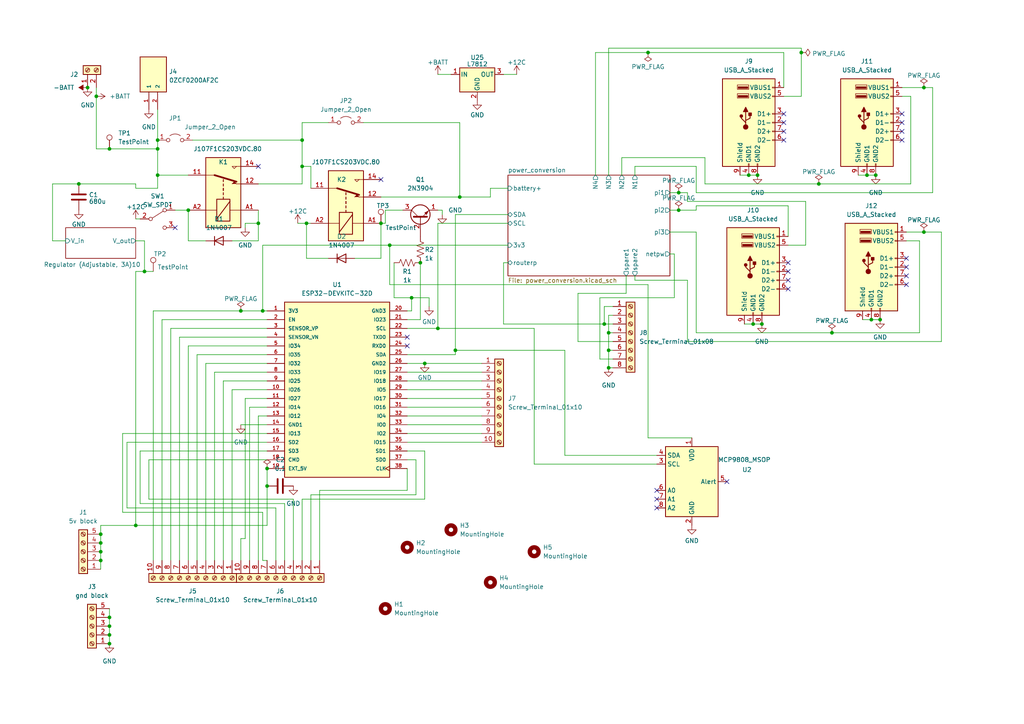
<source format=kicad_sch>
(kicad_sch (version 20230121) (generator eeschema)
  (paper "A4")
  (lib_symbols
    (symbol "Connector:Screw_Terminal_01x02" (pin_names (offset 1.016) hide)
      (property "Reference" "J1" (at -1.2701 5.08 90))
      (symbol "Screw_Terminal_01x02_1_1"
        (pin power_in line (at -5.08 0 0) (length 3.81) (name "Pin_1") (number "1"))
        (pin power_in line (at -5.08 -2.54 0) (length 3.81) (name "Pin_2") (number "2"))
      )
    )
    (symbol "Connector:Screw_Terminal_01x05" (pin_names (offset 1.016) hide)
      (property "Reference" "J" (at 0 7.62 0))
      (property "Value" "Screw_Terminal_01x05" (at 0 -7.62 0))
      (symbol "Screw_Terminal_01x05_1_1"
        (pin passive line (at -5.08 5.08 0) (length 3.81) (name "Pin_1") (number "1"))
        (pin passive line (at -5.08 2.54 0) (length 3.81) (name "Pin_2") (number "2"))
        (pin passive line (at -5.08 0 0) (length 3.81) (name "Pin_3") (number "3"))
        (pin passive line (at -5.08 -2.54 0) (length 3.81) (name "Pin_4") (number "4"))
        (pin passive line (at -5.08 -5.08 0) (length 3.81) (name "Pin_5") (number "5"))
      )
    )
    (symbol "Connector:Screw_Terminal_01x08" (pin_names (offset 1.016) hide)
      (property "Reference" "J" (at 0 10.16 0))
      (property "Value" "Screw_Terminal_01x08" (at 0 -12.7 0))
      (symbol "Screw_Terminal_01x08_1_1"
        (pin passive line (at -5.08 7.62 0) (length 3.81) (name "Pin_1") (number "1"))
        (pin passive line (at -5.08 5.08 0) (length 3.81) (name "Pin_2") (number "2"))
        (pin passive line (at -5.08 2.54 0) (length 3.81) (name "Pin_3") (number "3"))
        (pin passive line (at -5.08 0 0) (length 3.81) (name "Pin_4") (number "4"))
        (pin passive line (at -5.08 -2.54 0) (length 3.81) (name "Pin_5") (number "5"))
        (pin passive line (at -5.08 -5.08 0) (length 3.81) (name "Pin_6") (number "6"))
        (pin passive line (at -5.08 -7.62 0) (length 3.81) (name "Pin_7") (number "7"))
        (pin passive line (at -5.08 -10.16 0) (length 3.81) (name "Pin_8") (number "8"))
      )
    )
    (symbol "Connector:Screw_Terminal_01x10" (pin_names (offset 1.016) hide)
      (property "Reference" "J" (at 0 12.7 0))
      (property "Value" "Screw_Terminal_01x10" (at 0 -15.24 0))
      (symbol "Screw_Terminal_01x10_1_1"
        (pin passive line (at -5.08 10.16 0) (length 3.81) (name "Pin_1") (number "1"))
        (pin passive line (at -5.08 -12.7 0) (length 3.81) (name "Pin_10") (number "10"))
        (pin passive line (at -5.08 7.62 0) (length 3.81) (name "Pin_2") (number "2"))
        (pin passive line (at -5.08 5.08 0) (length 3.81) (name "Pin_3") (number "3"))
        (pin passive line (at -5.08 2.54 0) (length 3.81) (name "Pin_4") (number "4"))
        (pin passive line (at -5.08 0 0) (length 3.81) (name "Pin_5") (number "5"))
        (pin passive line (at -5.08 -2.54 0) (length 3.81) (name "Pin_6") (number "6"))
        (pin passive line (at -5.08 -5.08 0) (length 3.81) (name "Pin_7") (number "7"))
        (pin passive line (at -5.08 -7.62 0) (length 3.81) (name "Pin_8") (number "8"))
        (pin passive line (at -5.08 -10.16 0) (length 3.81) (name "Pin_9") (number "9"))
      )
    )
    (symbol "Connector:TestPoint" (pin_numbers hide) (pin_names (offset 0.762) hide)
      (property "Reference" "TP" (at 0 6.858 0))
      (property "Value" "TestPoint" (at 0 5.08 0))
      (symbol "TestPoint_1_1"
        (pin passive line (at 0 0 90) (length 2.54) (name "1") (number "1"))
      )
    )
    (symbol "Connector:USB_A_Stacked" (pin_names (offset 1.016))
      (property "Reference" "J" (at 0 15.875 0))
      (property "Value" "USB_A_Stacked" (at 0 13.97 0))
      (symbol "USB_A_Stacked_1_1"
        (pin power_in line (at 10.16 10.16 180) (length 2.54) (name "VBUS1") (number "1"))
        (pin bidirectional line (at 10.16 0 180) (length 2.54) (name "D1-") (number "2"))
        (pin bidirectional line (at 10.16 2.54 180) (length 2.54) (name "D1+") (number "3"))
        (pin power_in line (at 0 -15.24 90) (length 2.54) (name "GND1") (number "4"))
        (pin power_in line (at 10.16 7.62 180) (length 2.54) (name "VBUS2") (number "5"))
        (pin bidirectional line (at 10.16 -5.08 180) (length 2.54) (name "D2-") (number "6"))
        (pin bidirectional line (at 10.16 -2.54 180) (length 2.54) (name "D2+") (number "7"))
        (pin power_in line (at 2.54 -15.24 90) (length 2.54) (name "GND2") (number "8"))
        (pin passive line (at -2.54 -15.24 90) (length 2.54) (name "Shield") (number "9"))
      )
    )
    (symbol "Device:C" (pin_numbers hide) (pin_names (offset 0.254))
      (property "Reference" "C" (at 0.635 2.54 0))
      (property "Value" "C" (at 0.635 -2.54 0))
      (symbol "C_1_1"
        (pin passive line (at 0 3.81 270) (length 2.794) (name "~") (number "1"))
        (pin passive line (at 0 -3.81 90) (length 2.794) (name "~") (number "2"))
      )
    )
    (symbol "Device:R_US" (pin_numbers hide) (pin_names (offset 0))
      (property "Reference" "R" (at 2.54 0 90))
      (property "Value" "R_US" (at -2.54 0 90))
      (symbol "R_US_1_1"
        (pin passive line (at 0 3.81 270) (length 1.27) (name "~") (number "1"))
        (pin passive line (at 0 -3.81 90) (length 1.27) (name "~") (number "2"))
      )
    )
    (symbol "Diode:1N4007" (pin_numbers hide) (pin_names (offset 1.016) hide)
      (property "Reference" "D" (at 0 2.54 0))
      (property "Value" "1N4007" (at 0 -2.54 0))
      (symbol "1N4007_1_1"
        (pin passive line (at -3.81 0 0) (length 2.54) (name "K") (number "1"))
        (pin passive line (at 3.81 0 180) (length 2.54) (name "A") (number "2"))
      )
    )
    (symbol "GND_1" (power) (pin_names (offset 0))
      (property "Value" "GND_1" (at 0 -3.81 0))
      (symbol "GND_1_1_1"
        (pin power_in line (at 0 0 270) (length 0) hide (name "GND") (number "1"))
      )
    )
    (symbol "GND_2" (power) (pin_names (offset 0))
      (property "Value" "GND_2" (at 0 -3.81 0))
      (symbol "GND_2_1_1"
        (pin power_in line (at 0 0 270) (length 0) hide (name "GND") (number "1"))
      )
    )
    (symbol "GND_3" (power) (pin_names (offset 0))
      (property "Value" "GND_3" (at 0 -3.81 0))
      (symbol "GND_3_1_1"
        (pin power_in line (at 0 0 270) (length 0) hide (name "GND") (number "1"))
      )
    )
    (symbol "Jumper:Jumper_2_Open" (pin_names (offset 0) hide)
      (property "Reference" "JP" (at 0 2.794 0))
      (property "Value" "Jumper_2_Open" (at 0 -2.286 0))
      (symbol "Jumper_2_Open_1_1"
        (pin passive line (at -5.08 0 0) (length 2.54) (name "A") (number "1"))
        (pin passive line (at 5.08 0 180) (length 2.54) (name "B") (number "2"))
      )
    )
    (symbol "Mechanical:MountingHole" (pin_names (offset 1.016))
      (property "Reference" "H" (at 0 5.08 0))
      (property "Value" "MountingHole" (at 0 3.175 0))
    )
    (symbol "Regulator_Linear:L7812" (pin_names (offset 0.254))
      (property "Reference" "U" (at -3.81 3.175 0))
      (property "Value" "L7812" (at 0 3.175 0))
      (symbol "L7812_1_1"
        (pin power_in line (at -7.62 0 0) (length 2.54) (name "IN") (number "1"))
        (pin power_in line (at 0 -7.62 90) (length 2.54) (name "GND") (number "2"))
        (pin power_out line (at 7.62 0 180) (length 2.54) (name "OUT") (number "3"))
      )
    )
    (symbol "Relay:RAYEX-L90S"
      (property "Reference" "K" (at 11.43 3.81 0))
      (property "Value" "RAYEX-L90S" (at 11.43 1.27 0))
      (symbol "RAYEX-L90S_1_1"
        (pin passive line (at 5.08 -10.16 90) (length 5.08) (name "~") (number "11"))
        (pin passive line (at 2.54 10.16 270) (length 5.08) (name "~") (number "12"))
        (pin passive line (at 7.62 10.16 270) (length 5.08) (name "~") (number "14"))
        (pin passive line (at -5.08 10.16 270) (length 5.08) (name "~") (number "A1"))
        (pin passive line (at -5.08 -10.16 90) (length 5.08) (name "~") (number "A2"))
      )
    )
    (symbol "Sensor_Temperature:MCP9808_MSOP"
      (property "Reference" "U24" (at 15.9907 3.4584 0))
      (property "Value" "MCP9808_MSOP" (at 15.24 6.35 0))
      (symbol "MCP9808_MSOP_1_1"
        (pin power_in line (at 0 12.7 270) (length 2.54) (name "VDD") (number "1"))
        (pin power_in line (at 0 -12.7 90) (length 2.54) (name "GND") (number "2"))
        (pin input line (at -10.16 5.08 0) (length 2.54) (name "SCL") (number "3"))
        (pin bidirectional line (at -10.16 7.62 0) (length 2.54) (name "SDA") (number "4"))
        (pin output line (at 10.16 0 180) (length 2.54) (name "Alert") (number "5"))
        (pin input line (at -10.16 -2.54 0) (length 2.54) (name "A0") (number "6"))
        (pin input line (at -10.16 -5.08 0) (length 2.54) (name "A1") (number "7"))
        (pin input line (at -10.16 -7.62 0) (length 2.54) (name "A2") (number "8"))
      )
    )
    (symbol "Switch:SW_SPDT" (pin_names (offset 0) hide)
      (property "Reference" "SW" (at 0 4.318 0))
      (property "Value" "SW_SPDT" (at 0 -5.08 0))
      (symbol "SW_SPDT_1_1"
        (pin passive line (at 5.08 2.54 180) (length 2.54) (name "A") (number "1"))
        (pin passive line (at -5.08 0 0) (length 2.54) (name "B") (number "2"))
        (pin passive line (at 5.08 -2.54 180) (length 2.54) (name "C") (number "3"))
      )
    )
    (symbol "Transistor_BJT:2N3904" (pin_names (offset 0) hide)
      (property "Reference" "Q" (at 5.08 1.905 0))
      (property "Value" "2N3904" (at 5.08 0 0))
      (symbol "2N3904_1_1"
        (pin passive line (at 2.54 -5.08 90) (length 2.54) (name "E") (number "1"))
        (pin passive line (at -5.08 0 0) (length 5.715) (name "B") (number "2"))
        (pin passive line (at 2.54 5.08 270) (length 2.54) (name "C") (number "3"))
      )
    )
    (symbol "power:+12C" (power) (pin_names (offset 0))
      (property "Value" "+12C" (at 0 3.81 0))
      (symbol "+12C_1_1"
        (pin power_in line (at 0 0 90) (length 0) hide (name "+12C") (number "1"))
      )
    )
    (symbol "power:+BATT" (power) (pin_names (offset 0))
      (property "Value" "+BATT" (at 0 3.556 0))
      (symbol "+BATT_1_1"
        (pin power_in line (at 0 0 90) (length 0) hide (name "+BATT") (number "1"))
      )
    )
    (symbol "power:-BATT" (power) (pin_names (offset 0))
      (property "Value" "-BATT" (at 0 3.556 0))
      (symbol "-BATT_1_1"
        (pin power_in line (at 0 0 90) (length 0) hide (name "-BATT") (number "1"))
      )
    )
    (symbol "power:GND" (power) (pin_names (offset 0))
      (property "Value" "GND" (at 0 -3.81 0))
      (symbol "GND_1_1"
        (pin power_in line (at 0 0 270) (length 0) hide (name "GND") (number "1"))
      )
    )
    (symbol "power:PWR_FLAG" (power) (pin_numbers hide) (pin_names (offset 0) hide)
      (property "Value" "PWR_FLAG" (at 0 3.81 0))
      (symbol "PWR_FLAG_0_0"
        (pin power_out line (at 0 0 90) (length 0) (name "pwr") (number "1"))
      )
    )
    (symbol "powermanagement:0393800102" (pin_names (offset 1.016))
      (property "Reference" "J" (at -5.08 3.429 0))
      (property "Value" "0393800102" (at -5.08 -7.62 0))
      (symbol "0393800102_0_0"
        (pin passive line (at -10.16 0 0) (length 5.08) (name "1") (number "1"))
        (pin passive line (at -10.16 -2.54 0) (length 5.08) (name "2") (number "2"))
      )
    )
    (symbol "powermanagement:ESP32-DEVKITC-32D" (pin_names (offset 1.016))
      (property "Reference" "U" (at -15.2654 26.0604 0))
      (property "Value" "ESP32-DEVKITC-32D" (at -15.2654 -27.9654 0))
      (symbol "ESP32-DEVKITC-32D_0_0"
        (pin power_in line (at -20.32 22.86 0) (length 5.08) (name "3V3") (number "1"))
        (pin bidirectional line (at -20.32 0 0) (length 5.08) (name "IO26") (number "10"))
        (pin bidirectional line (at -20.32 -2.54 0) (length 5.08) (name "IO27") (number "11"))
        (pin bidirectional line (at -20.32 -5.08 0) (length 5.08) (name "IO14") (number "12"))
        (pin bidirectional line (at -20.32 -7.62 0) (length 5.08) (name "IO12") (number "13"))
        (pin power_in line (at -20.32 -10.16 0) (length 5.08) (name "GND1") (number "14"))
        (pin bidirectional line (at -20.32 -12.7 0) (length 5.08) (name "IO13") (number "15"))
        (pin bidirectional line (at -20.32 -15.24 0) (length 5.08) (name "SD2") (number "16"))
        (pin bidirectional line (at -20.32 -17.78 0) (length 5.08) (name "SD3") (number "17"))
        (pin bidirectional line (at -20.32 -20.32 0) (length 5.08) (name "CMD") (number "18"))
        (pin power_in line (at -20.32 -22.86 0) (length 5.08) (name "EXT_5V") (number "19"))
        (pin input line (at -20.32 20.32 0) (length 5.08) (name "EN") (number "2"))
        (pin power_in line (at 20.32 22.86 180) (length 5.08) (name "GND3") (number "20"))
        (pin bidirectional line (at 20.32 20.32 180) (length 5.08) (name "IO23") (number "21"))
        (pin bidirectional line (at 20.32 17.78 180) (length 5.08) (name "SCL") (number "22"))
        (pin output line (at 20.32 15.24 180) (length 5.08) (name "TXD0") (number "23"))
        (pin input line (at 20.32 12.7 180) (length 5.08) (name "RXD0") (number "24"))
        (pin bidirectional line (at 20.32 10.16 180) (length 5.08) (name "SDA") (number "25"))
        (pin power_in line (at 20.32 7.62 180) (length 5.08) (name "GND2") (number "26"))
        (pin bidirectional line (at 20.32 5.08 180) (length 5.08) (name "IO19") (number "27"))
        (pin bidirectional line (at 20.32 2.54 180) (length 5.08) (name "IO18") (number "28"))
        (pin bidirectional line (at 20.32 0 180) (length 5.08) (name "IO5") (number "29"))
        (pin input line (at -20.32 17.78 0) (length 5.08) (name "SENSOR_VP") (number "3"))
        (pin bidirectional line (at 20.32 -2.54 180) (length 5.08) (name "IO17") (number "30"))
        (pin bidirectional line (at 20.32 -5.08 180) (length 5.08) (name "IO16") (number "31"))
        (pin bidirectional line (at 20.32 -7.62 180) (length 5.08) (name "IO4") (number "32"))
        (pin bidirectional line (at 20.32 -10.16 180) (length 5.08) (name "IO0") (number "33"))
        (pin bidirectional line (at 20.32 -12.7 180) (length 5.08) (name "IO2") (number "34"))
        (pin bidirectional line (at 20.32 -15.24 180) (length 5.08) (name "IO15") (number "35"))
        (pin bidirectional line (at 20.32 -17.78 180) (length 5.08) (name "SD1") (number "36"))
        (pin bidirectional line (at 20.32 -20.32 180) (length 5.08) (name "SD0") (number "37"))
        (pin input clock (at 20.32 -22.86 180) (length 5.08) (name "CLK") (number "38"))
        (pin input line (at -20.32 15.24 0) (length 5.08) (name "SENSOR_VN") (number "4"))
        (pin bidirectional line (at -20.32 12.7 0) (length 5.08) (name "IO34") (number "5"))
        (pin bidirectional line (at -20.32 10.16 0) (length 5.08) (name "IO35") (number "6"))
        (pin bidirectional line (at -20.32 7.62 0) (length 5.08) (name "IO32") (number "7"))
        (pin bidirectional line (at -20.32 5.08 0) (length 5.08) (name "IO33") (number "8"))
        (pin bidirectional line (at -20.32 2.54 0) (length 5.08) (name "IO25") (number "9"))
      )
    )
  )
  (junction (at 219.71 50.8))
  (junction (at 25.4 25.4))
  (junction (at 218.44 93.98))
  (junction (at 127 95.25))
  (junction (at 121.92 76.2))
  (junction (at 176.53 106.68))
  (junction (at 133.35 57.15))
  (junction (at 87.63 48.26))
  (junction (at 110.49 64.77))
  (junction (at 76.2 90.17))
  (junction (at 29.21 157.48))
  (junction (at 176.53 101.6))
  (junction (at 45.72 43.18))
  (junction (at 31.75 43.18))
  (junction (at 123.19 105.41))
  (junction (at 132.08 101.6))
  (junction (at 69.85 90.17))
  (junction (at 251.46 50.8))
  (junction (at 196.85 60.96))
  (junction (at 255.27 92.71))
  (junction (at 267.97 67.31))
  (junction (at 31.75 181.61))
  (junction (at 196.85 55.88))
  (junction (at 29.21 160.02))
  (junction (at 241.3 96.52))
  (junction (at 87.63 40.64))
  (junction (at 187.96 15.24))
  (junction (at 29.21 162.56))
  (junction (at 217.17 50.8))
  (junction (at 39.37 152.4))
  (junction (at 41.91 78.74))
  (junction (at 254 50.8))
  (junction (at 267.97 25.4))
  (junction (at 119.38 86.36))
  (junction (at 22.86 53.34))
  (junction (at 252.73 92.71))
  (junction (at 31.75 184.15))
  (junction (at 31.75 186.69))
  (junction (at 74.93 64.77))
  (junction (at 45.72 40.64))
  (junction (at 176.53 96.52))
  (junction (at 88.9 64.77))
  (junction (at 27.94 27.94))
  (junction (at 113.03 71.12))
  (junction (at 175.26 93.98))
  (junction (at 237.49 53.34))
  (junction (at 31.75 179.07))
  (junction (at 232.41 15.24))
  (junction (at 54.61 60.96))
  (junction (at 45.72 50.8))
  (junction (at 77.47 135.89))
  (junction (at 220.98 93.98))
  (junction (at 29.21 154.94))
  (junction (at 77.47 140.97))
  (no_connect (at 228.6 83.82))
  (no_connect (at 228.6 81.28))
  (no_connect (at 228.6 78.74))
  (no_connect (at 228.6 76.2))
  (no_connect (at 262.89 82.55))
  (no_connect (at 262.89 80.01))
  (no_connect (at 262.89 77.47))
  (no_connect (at 262.89 74.93))
  (no_connect (at 261.62 33.02))
  (no_connect (at 261.62 35.56))
  (no_connect (at 261.62 38.1))
  (no_connect (at 261.62 40.64))
  (no_connect (at 227.33 33.02))
  (no_connect (at 227.33 35.56))
  (no_connect (at 227.33 38.1))
  (no_connect (at 227.33 40.64))
  (no_connect (at 74.93 48.26))
  (no_connect (at 210.82 139.7))
  (no_connect (at 118.11 97.79))
  (no_connect (at 118.11 100.33))
  (no_connect (at 190.5 142.24))
  (no_connect (at 190.5 144.78))
  (no_connect (at 190.5 147.32))
  (no_connect (at 50.8 66.04))
  (no_connect (at 110.49 52.07))
  (wire (pts (xy 74.93 60.96) (xy 74.93 64.77)))
  (wire (pts (xy 196.85 55.88) (xy 199.39 55.88)))
  (wire (pts (xy 175.26 93.98) (xy 175.26 88.9)))
  (wire (pts (xy 118.11 107.95) (xy 139.7 107.95)))
  (wire (pts (xy 132.08 62.23) (xy 132.08 101.6)))
  (wire (pts (xy 85.09 144.78) (xy 43.18 144.78)))
  (wire (pts (xy 46.99 92.71) (xy 46.99 162.56)))
  (wire (pts (xy 232.41 27.94) (xy 227.33 27.94)))
  (wire (pts (xy 273.05 99.06) (xy 273.05 67.31)))
  (wire (pts (xy 204.47 53.34) (xy 237.49 53.34)))
  (wire (pts (xy 52.07 97.79) (xy 52.07 162.56)))
  (wire (pts (xy 90.17 143.51) (xy 90.17 162.56)))
  (wire (pts (xy 15.24 53.34) (xy 22.86 53.34)))
  (wire (pts (xy 45.72 50.8) (xy 45.72 54.61)))
  (wire (pts (xy 77.47 100.33) (xy 54.61 100.33)))
  (wire (pts (xy 27.94 27.94) (xy 27.94 43.18)))
  (wire (pts (xy 176.53 91.44) (xy 176.53 96.52)))
  (wire (pts (xy 111.76 60.96) (xy 111.76 64.77)))
  (wire (pts (xy 59.69 105.41) (xy 59.69 162.56)))
  (wire (pts (xy 123.19 105.41) (xy 139.7 105.41)))
  (wire (pts (xy 270.51 55.88) (xy 270.51 25.4)))
  (wire (pts (xy 41.91 69.85) (xy 41.91 78.74)))
  (wire (pts (xy 110.49 64.77) (xy 110.49 74.93)))
  (wire (pts (xy 31.75 43.18) (xy 45.72 43.18)))
  (wire (pts (xy 176.53 96.52) (xy 177.8 96.52)))
  (wire (pts (xy 67.31 69.85) (xy 74.93 69.85)))
  (wire (pts (xy 88.9 74.93) (xy 95.25 74.93)))
  (wire (pts (xy 29.21 154.94) (xy 29.21 157.48)))
  (wire (pts (xy 201.93 59.69) (xy 201.93 60.96)))
  (wire (pts (xy 167.64 99.06) (xy 167.64 85.09)))
  (wire (pts (xy 114.3 86.36) (xy 119.38 86.36)))
  (wire (pts (xy 76.2 71.12) (xy 113.03 71.12)))
  (wire (pts (xy 77.47 120.65) (xy 74.93 120.65)))
  (wire (pts (xy 40.64 130.81) (xy 40.64 146.05)))
  (wire (pts (xy 76.2 148.59) (xy 76.2 162.56)))
  (wire (pts (xy 29.21 157.48) (xy 29.21 160.02)))
  (wire (pts (xy 127 95.25) (xy 154.94 95.25)))
  (wire (pts (xy 241.3 96.52) (xy 266.7 96.52)))
  (wire (pts (xy 215.9 93.98) (xy 218.44 93.98)))
  (wire (pts (xy 31.75 176.53) (xy 31.75 179.07)))
  (wire (pts (xy 190.5 132.08) (xy 163.83 132.08)))
  (wire (pts (xy 111.76 60.96) (xy 116.84 60.96)))
  (wire (pts (xy 54.61 100.33) (xy 54.61 162.56)))
  (wire (pts (xy 121.92 76.2) (xy 121.92 92.71)))
  (wire (pts (xy 55.88 40.64) (xy 87.63 40.64)))
  (wire (pts (xy 35.56 125.73) (xy 35.56 148.59)))
  (wire (pts (xy 44.45 162.56) (xy 44.45 90.17)))
  (wire (pts (xy 114.3 76.2) (xy 114.3 86.36)))
  (wire (pts (xy 77.47 105.41) (xy 59.69 105.41)))
  (wire (pts (xy 201.93 55.88) (xy 270.51 55.88)))
  (wire (pts (xy 146.05 76.2) (xy 146.05 93.98)))
  (wire (pts (xy 71.12 156.21) (xy 69.85 156.21)))
  (wire (pts (xy 267.97 67.31) (xy 262.89 67.31)))
  (wire (pts (xy 110.49 64.77) (xy 111.76 64.77)))
  (wire (pts (xy 218.44 93.98) (xy 220.98 93.98)))
  (wire (pts (xy 264.16 53.34) (xy 264.16 27.94)))
  (wire (pts (xy 201.93 60.96) (xy 196.85 60.96)))
  (wire (pts (xy 118.11 113.03) (xy 139.7 113.03)))
  (wire (pts (xy 118.11 120.65) (xy 139.7 120.65)))
  (wire (pts (xy 90.17 48.26) (xy 90.17 54.61)))
  (wire (pts (xy 82.55 146.05) (xy 82.55 162.56)))
  (wire (pts (xy 77.47 135.89) (xy 77.47 140.97)))
  (wire (pts (xy 90.17 143.51) (xy 120.65 143.51)))
  (wire (pts (xy 43.18 133.35) (xy 77.47 133.35)))
  (wire (pts (xy 127 64.77) (xy 127 95.25)))
  (wire (pts (xy 204.47 45.72) (xy 204.47 53.34)))
  (wire (pts (xy 123.19 144.78) (xy 87.63 144.78)))
  (wire (pts (xy 118.11 92.71) (xy 121.92 92.71)))
  (wire (pts (xy 147.32 76.2) (xy 146.05 76.2)))
  (wire (pts (xy 118.11 142.24) (xy 118.11 135.89)))
  (wire (pts (xy 45.72 40.64) (xy 45.72 43.18)))
  (wire (pts (xy 45.72 31.75) (xy 45.72 40.64)))
  (wire (pts (xy 118.11 95.25) (xy 127 95.25)))
  (wire (pts (xy 71.12 64.77) (xy 71.12 66.04)))
  (wire (pts (xy 251.46 50.8) (xy 254 50.8)))
  (wire (pts (xy 194.31 73.66) (xy 195.58 73.66)))
  (wire (pts (xy 167.64 85.09) (xy 181.61 85.09)))
  (wire (pts (xy 39.37 54.61) (xy 45.72 54.61)))
  (wire (pts (xy 228.6 68.58) (xy 228.6 59.69)))
  (wire (pts (xy 217.17 50.8) (xy 219.71 50.8)))
  (wire (pts (xy 36.83 147.32) (xy 36.83 128.27)))
  (wire (pts (xy 35.56 148.59) (xy 76.2 148.59)))
  (wire (pts (xy 87.63 48.26) (xy 90.17 48.26)))
  (wire (pts (xy 29.21 162.56) (xy 29.21 165.1)))
  (wire (pts (xy 196.85 60.96) (xy 194.31 60.96)))
  (wire (pts (xy 175.26 93.98) (xy 177.8 93.98)))
  (wire (pts (xy 199.39 55.88) (xy 199.39 58.42)))
  (wire (pts (xy 142.24 54.61) (xy 147.32 54.61)))
  (wire (pts (xy 29.21 152.4) (xy 29.21 154.94)))
  (wire (pts (xy 118.11 123.19) (xy 139.7 123.19)))
  (wire (pts (xy 250.19 92.71) (xy 252.73 92.71)))
  (wire (pts (xy 119.38 86.36) (xy 124.46 86.36)))
  (wire (pts (xy 267.97 25.4) (xy 261.62 25.4)))
  (wire (pts (xy 72.39 162.56) (xy 72.39 118.11)))
  (wire (pts (xy 190.5 134.62) (xy 154.94 134.62)))
  (wire (pts (xy 199.39 99.06) (xy 273.05 99.06)))
  (wire (pts (xy 184.15 81.28) (xy 199.39 81.28)))
  (wire (pts (xy 27.94 43.18) (xy 31.75 43.18)))
  (wire (pts (xy 76.2 162.56) (xy 77.47 162.56)))
  (wire (pts (xy 69.85 123.19) (xy 77.47 123.19)))
  (wire (pts (xy 266.7 69.85) (xy 262.89 69.85)))
  (wire (pts (xy 44.45 78.74) (xy 41.91 78.74)))
  (wire (pts (xy 118.11 90.17) (xy 119.38 90.17)))
  (wire (pts (xy 45.72 43.18) (xy 45.72 50.8)))
  (wire (pts (xy 77.47 125.73) (xy 35.56 125.73)))
  (wire (pts (xy 177.8 99.06) (xy 167.64 99.06)))
  (wire (pts (xy 176.53 96.52) (xy 176.53 101.6)))
  (wire (pts (xy 120.65 133.35) (xy 118.11 133.35)))
  (wire (pts (xy 71.12 64.77) (xy 74.93 64.77)))
  (wire (pts (xy 187.96 82.55) (xy 187.96 127)))
  (wire (pts (xy 43.18 144.78) (xy 43.18 133.35)))
  (wire (pts (xy 127 21.59) (xy 130.81 21.59)))
  (wire (pts (xy 147.32 64.77) (xy 127 64.77)))
  (wire (pts (xy 264.16 27.94) (xy 261.62 27.94)))
  (wire (pts (xy 172.72 15.24) (xy 187.96 15.24)))
  (wire (pts (xy 118.11 125.73) (xy 139.7 125.73)))
  (wire (pts (xy 270.51 25.4) (xy 267.97 25.4)))
  (wire (pts (xy 44.45 90.17) (xy 69.85 90.17)))
  (wire (pts (xy 118.11 128.27) (xy 139.7 128.27)))
  (wire (pts (xy 172.72 50.8) (xy 172.72 15.24)))
  (wire (pts (xy 201.93 67.31) (xy 201.93 96.52)))
  (wire (pts (xy 87.63 35.56) (xy 95.25 35.56)))
  (wire (pts (xy 181.61 85.09) (xy 181.61 80.01)))
  (wire (pts (xy 50.8 60.96) (xy 54.61 60.96)))
  (wire (pts (xy 177.8 101.6) (xy 176.53 101.6)))
  (wire (pts (xy 29.21 160.02) (xy 29.21 162.56)))
  (wire (pts (xy 40.64 63.5) (xy 39.37 63.5)))
  (wire (pts (xy 39.37 152.4) (xy 29.21 152.4)))
  (wire (pts (xy 59.69 69.85) (xy 54.61 69.85)))
  (wire (pts (xy 187.96 15.24) (xy 227.33 15.24)))
  (wire (pts (xy 62.23 107.95) (xy 62.23 162.56)))
  (wire (pts (xy 227.33 15.24) (xy 227.33 25.4)))
  (wire (pts (xy 85.09 162.56) (xy 85.09 144.78)))
  (wire (pts (xy 22.86 53.34) (xy 39.37 53.34)))
  (wire (pts (xy 87.63 40.64) (xy 87.63 35.56)))
  (wire (pts (xy 105.41 35.56) (xy 133.35 35.56)))
  (wire (pts (xy 110.49 74.93) (xy 102.87 74.93)))
  (wire (pts (xy 177.8 106.68) (xy 176.53 106.68)))
  (wire (pts (xy 72.39 118.11) (xy 77.47 118.11)))
  (wire (pts (xy 184.15 48.26) (xy 201.93 48.26)))
  (wire (pts (xy 31.75 181.61) (xy 31.75 184.15)))
  (wire (pts (xy 92.71 142.24) (xy 118.11 142.24)))
  (wire (pts (xy 248.92 50.8) (xy 251.46 50.8)))
  (wire (pts (xy 132.08 102.87) (xy 118.11 102.87)))
  (wire (pts (xy 77.47 113.03) (xy 67.31 113.03)))
  (wire (pts (xy 228.6 59.69) (xy 201.93 59.69)))
  (wire (pts (xy 127 60.96) (xy 128.27 60.96)))
  (wire (pts (xy 176.53 101.6) (xy 176.53 106.68)))
  (wire (pts (xy 199.39 81.28) (xy 199.39 99.06)))
  (wire (pts (xy 173.99 86.36) (xy 173.99 104.14)))
  (wire (pts (xy 173.99 86.36) (xy 195.58 86.36)))
  (wire (pts (xy 180.34 45.72) (xy 204.47 45.72)))
  (wire (pts (xy 163.83 132.08) (xy 163.83 101.6)))
  (wire (pts (xy 173.99 104.14) (xy 177.8 104.14)))
  (wire (pts (xy 69.85 90.17) (xy 76.2 90.17)))
  (wire (pts (xy 146.05 21.59) (xy 149.86 21.59)))
  (wire (pts (xy 120.65 143.51) (xy 120.65 133.35)))
  (wire (pts (xy 113.03 82.55) (xy 113.03 71.12)))
  (wire (pts (xy 71.12 115.57) (xy 71.12 156.21)))
  (wire (pts (xy 110.49 57.15) (xy 133.35 57.15)))
  (wire (pts (xy 146.05 93.98) (xy 175.26 93.98)))
  (wire (pts (xy 233.68 58.42) (xy 233.68 71.12)))
  (wire (pts (xy 118.11 118.11) (xy 139.7 118.11)))
  (wire (pts (xy 175.26 88.9) (xy 177.8 88.9)))
  (wire (pts (xy 233.68 71.12) (xy 228.6 71.12)))
  (wire (pts (xy 77.47 115.57) (xy 71.12 115.57)))
  (wire (pts (xy 77.47 140.97) (xy 77.47 152.4)))
  (wire (pts (xy 49.53 162.56) (xy 49.53 95.25)))
  (wire (pts (xy 87.63 144.78) (xy 87.63 162.56)))
  (wire (pts (xy 77.47 130.81) (xy 40.64 130.81)))
  (wire (pts (xy 113.03 71.12) (xy 147.32 71.12)))
  (wire (pts (xy 266.7 96.52) (xy 266.7 69.85)))
  (wire (pts (xy 88.9 64.77) (xy 88.9 74.93)))
  (wire (pts (xy 199.39 58.42) (xy 233.68 58.42)))
  (wire (pts (xy 39.37 152.4) (xy 77.47 152.4)))
  (wire (pts (xy 163.83 101.6) (xy 132.08 101.6)))
  (wire (pts (xy 74.93 120.65) (xy 74.93 162.56)))
  (wire (pts (xy 31.75 184.15) (xy 31.75 186.69)))
  (wire (pts (xy 177.8 91.44) (xy 176.53 91.44)))
  (wire (pts (xy 142.24 54.61) (xy 142.24 57.15)))
  (wire (pts (xy 76.2 90.17) (xy 77.47 90.17)))
  (wire (pts (xy 31.75 179.07) (xy 31.75 181.61)))
  (wire (pts (xy 133.35 35.56) (xy 133.35 57.15)))
  (wire (pts (xy 80.01 147.32) (xy 36.83 147.32)))
  (wire (pts (xy 194.31 55.88) (xy 196.85 55.88)))
  (wire (pts (xy 232.41 13.97) (xy 232.41 15.24)))
  (wire (pts (xy 77.47 92.71) (xy 46.99 92.71)))
  (wire (pts (xy 123.19 144.78) (xy 123.19 130.81)))
  (wire (pts (xy 74.93 53.34) (xy 87.63 53.34)))
  (wire (pts (xy 77.47 102.87) (xy 57.15 102.87)))
  (wire (pts (xy 39.37 53.34) (xy 39.37 54.61)))
  (wire (pts (xy 273.05 67.31) (xy 267.97 67.31)))
  (wire (pts (xy 92.71 142.24) (xy 92.71 162.56)))
  (wire (pts (xy 184.15 80.01) (xy 184.15 81.28)))
  (wire (pts (xy 128.27 60.96) (xy 128.27 62.23)))
  (wire (pts (xy 201.93 96.52) (xy 241.3 96.52)))
  (wire (pts (xy 201.93 48.26) (xy 201.93 55.88)))
  (wire (pts (xy 195.58 73.66) (xy 195.58 86.36)))
  (wire (pts (xy 123.19 130.81) (xy 118.11 130.81)))
  (wire (pts (xy 49.53 95.25) (xy 77.47 95.25)))
  (wire (pts (xy 54.61 69.85) (xy 54.61 60.96)))
  (wire (pts (xy 88.9 64.77) (xy 90.17 64.77)))
  (wire (pts (xy 86.36 64.77) (xy 88.9 64.77)))
  (wire (pts (xy 133.35 57.15) (xy 142.24 57.15)))
  (wire (pts (xy 57.15 102.87) (xy 57.15 162.56)))
  (wire (pts (xy 119.38 90.17) (xy 119.38 86.36)))
  (wire (pts (xy 187.96 82.55) (xy 113.03 82.55)))
  (wire (pts (xy 252.73 92.71) (xy 255.27 92.71)))
  (wire (pts (xy 19.05 69.85) (xy 15.24 69.85)))
  (wire (pts (xy 77.47 97.79) (xy 52.07 97.79)))
  (wire (pts (xy 200.66 127) (xy 187.96 127)))
  (wire (pts (xy 40.64 146.05) (xy 82.55 146.05)))
  (wire (pts (xy 77.47 110.49) (xy 64.77 110.49)))
  (wire (pts (xy 41.91 78.74) (xy 39.37 78.74)))
  (wire (pts (xy 214.63 50.8) (xy 217.17 50.8)))
  (wire (pts (xy 147.32 62.23) (xy 132.08 62.23)))
  (wire (pts (xy 184.15 50.8) (xy 184.15 48.26)))
  (wire (pts (xy 87.63 48.26) (xy 87.63 40.64)))
  (wire (pts (xy 194.31 67.31) (xy 201.93 67.31)))
  (wire (pts (xy 39.37 69.85) (xy 41.91 69.85)))
  (wire (pts (xy 180.34 50.8) (xy 180.34 45.72)))
  (wire (pts (xy 69.85 156.21) (xy 69.85 162.56)))
  (wire (pts (xy 27.94 25.4) (xy 27.94 27.94)))
  (wire (pts (xy 118.11 105.41) (xy 123.19 105.41)))
  (wire (pts (xy 15.24 69.85) (xy 15.24 53.34)))
  (wire (pts (xy 80.01 162.56) (xy 80.01 147.32)))
  (wire (pts (xy 154.94 134.62) (xy 154.94 95.25)))
  (wire (pts (xy 77.47 107.95) (xy 62.23 107.95)))
  (wire (pts (xy 132.08 101.6) (xy 132.08 102.87)))
  (wire (pts (xy 67.31 113.03) (xy 67.31 162.56)))
  (wire (pts (xy 39.37 78.74) (xy 39.37 152.4)))
  (wire (pts (xy 124.46 86.36) (xy 124.46 88.9)))
  (wire (pts (xy 45.72 50.8) (xy 54.61 50.8)))
  (wire (pts (xy 74.93 69.85) (xy 74.93 64.77)))
  (wire (pts (xy 118.11 110.49) (xy 139.7 110.49)))
  (wire (pts (xy 232.41 15.24) (xy 232.41 27.94)))
  (wire (pts (xy 76.2 71.12) (xy 76.2 90.17)))
  (wire (pts (xy 64.77 110.49) (xy 64.77 162.56)))
  (wire (pts (xy 176.53 13.97) (xy 232.41 13.97)))
  (wire (pts (xy 118.11 115.57) (xy 139.7 115.57)))
  (wire (pts (xy 87.63 53.34) (xy 87.63 48.26)))
  (wire (pts (xy 36.83 128.27) (xy 77.47 128.27)))
  (wire (pts (xy 237.49 53.34) (xy 264.16 53.34)))
  (wire (pts (xy 176.53 50.8) (xy 176.53 13.97)))
  (symbol (lib_id "power:GND") (at 43.18 31.75 0) (unit 1)
    (property "Reference" "#PWR06" (effects hide))
    (property "Value" "GND" (at 43.18 36.83 0))
  )
  (symbol (lib_id "Connector:Screw_Terminal_01x02") (at 25.4 20.32 90) (unit 1)
    (property "Reference" "J2" (at 20.32 21.5901 90) (effects (justify right)))
    (property "Value" "Image shown is a representation only. Exact specifications should be obtained from the product data sheet." (effects hide))
    (property "Footprint" "TerminalBlock_Phoenix:TerminalBlock_Phoenix_MKDS-1,5-2-5.08_1x02_P5.08mm_Horizontal" (effects hide))
    (property "Purchase" "https://www.digikey.com/en/products/detail/cui-devices/TB009-508-02BE/10064151" (effects hide))
  )
  (symbol (lib_id "Device:R_US") (at 118.11 76.2 90) (unit 1)
    (property "Reference" "R1" (at 118.11 78.74 90))
    (property "Value" "1k" (at 118.11 81.28 90))
    (property "Footprint" "Resistor_SMD:R_1206_3216Metric_Pad1.30x1.75mm_HandSolder" (effects hide))
    (property "Purchase" "https://www.digikey.com/en/products/detail/stackpole-electronics-inc/RNCP1206FTD1K00/2240337" (effects hide))
  )
  (symbol (lib_id "power:GND") (at 69.85 123.19 0) (unit 1)
    (property "Reference" "#PWR07" (effects hide))
    (property "Value" "GND" (at 69.85 128.27 0))
  )
  (symbol (lib_id "Relay:RAYEX-L90S") (at 64.77 55.88 270) (mirror x) (unit 1)
    (property "Reference" "K1" (at 64.77 46.99 90))
    (property "Value" "J107F1CS203VDC.80" (at 66.04 43.18 90))
    (property "Footprint" "Relay_THT:Relay_SPDT_RAYEX-L90S" (effects hide))
    (property "Datasheet" "https://a3.sofastcdn.com/attachment/7jioKBjnRiiSrjrjknRiwS77gwbf3zmp/L90-SERIES.pdf" (effects hide))
    (property "Purchase" "https://www.digikey.com/en/products/detail/te-connectivity-potter-brumfield-relays/T9AS5D12-12/254523" (effects hide))
  )
  (symbol (lib_id "Connector:Screw_Terminal_01x05") (at 26.67 181.61 180) (unit 1)
    (property "Reference" "J3" (at 26.67 170.18 0))
    (property "Value" "gnd block" (at 26.67 172.72 0))
    (property "Footprint" "TerminalBlock_Phoenix:TerminalBlock_Phoenix_MKDS-1,5-5-5.08_1x05_P5.08mm_Horizontal" (effects hide))
    (property "Purchase" "https://www.digikey.com/en/products/detail/cui-devices/TB007-508-05BE/10064130" (effects hide))
  )
  (symbol (lib_id "Connector:Screw_Terminal_01x05") (at 24.13 160.02 180) (unit 1)
    (property "Reference" "J1" (at 24.13 148.59 0))
    (property "Value" "5v block" (at 24.13 151.13 0))
    (property "Footprint" "TerminalBlock_Phoenix:TerminalBlock_Phoenix_MKDS-1,5-5-5.08_1x05_P5.08mm_Horizontal" (effects hide))
    (property "Purchase" "https://www.digikey.com/en/products/detail/cui-devices/TB007-508-05BE/10064130" (effects hide))
  )
  (symbol (lib_id "Relay:RAYEX-L90S") (at 100.33 59.69 270) (mirror x) (unit 1)
    (property "Reference" "K2" (at 99.06 52.07 90))
    (property "Value" "J107F1CS203VDC.80" (at 100.33 46.99 90))
    (property "Footprint" "Relay_THT:Relay_SPDT_RAYEX-L90S" (effects hide))
    (property "Datasheet" "https://a3.sofastcdn.com/attachment/7jioKBjnRiiSrjrjknRiwS77gwbf3zmp/L90-SERIES.pdf" (effects hide))
    (property "Purchase" "https://www.digikey.com/en/products/detail/te-connectivity-potter-brumfield-relays/T9AS5D12-12/254523" (effects hide))
  )
  (symbol (lib_id "power:GND") (at 71.12 66.04 0) (unit 1)
    (property "Reference" "#PWR08" (effects hide))
    (property "Value" "GND" (at 71.12 71.12 0))
  )
  (symbol (lib_id "Connector:USB_A_Stacked") (at 217.17 35.56 0) (unit 1)
    (property "Reference" "J9" (at 217.17 17.78 0))
    (property "Value" "USB_A_Stacked" (at 217.17 20.32 0))
    (property "Footprint" "Connector_USB:USB_A_Wuerth_61400826021_Horizontal_Stacked" (effects hide))
    (property "Datasheet" " ~" (effects hide))
    (property "Purchase" "https://www.digikey.com/en/products/detail/w%C3%BCrth-elektronik/61400826021/2060603" (effects hide))
  )
  (symbol (lib_id "Connector:TestPoint") (at 44.45 78.74 0) (mirror y) (unit 1)
    (property "Reference" "TP2" (at 48.26 73.66 0) (effects (justify left)))
    (property "Value" "TestPoint" (at 54.61 77.47 0) (effects (justify left)))
    (property "Footprint" "TestPoint:TestPoint_Plated_Hole_D2.0mm" (effects hide))
    (property "Purchase" "JUST PAD" (effects hide))
  )
  (symbol (lib_id "power:GND") (at 31.75 186.69 0) (unit 1)
    (property "Reference" "#PWR05" (effects hide))
    (property "Value" "GND" (at 31.75 191.77 0))
  )
  (symbol (lib_id "Connector:Screw_Terminal_01x10") (at 82.55 167.64 270) (unit 1)
    (property "Reference" "J6" (at 81.28 171.45 90))
    (property "Value" "Screw_Terminal_01x10" (at 81.28 173.99 90))
    (property "Footprint" "TerminalBlock_Phoenix:TerminalBlock_Phoenix_MKDS-1,5-10-5.08_1x10_P5.08mm_Horizontal" (effects hide))
    (property "Purchase" "https://www.digikey.com/en/products/detail/cui-devices/TB007-508-10BE/10064134" (effects hide))
  )
  (symbol (lib_id "power:GND") (at 25.4 25.4 0) (unit 1)
    (property "Reference" "#PWR02" (effects hide))
    (property "Value" "GND" (at 25.4 30.48 0))
  )
  (symbol (lib_id "Sensor_Temperature:MCP9808_MSOP") (at 200.66 139.7 0) (unit 1)
    (property "Reference" "U2" (at 216.6507 136.2416 0))
    (property "Value" "MCP9808_MSOP" (at 215.9 133.35 0))
    (property "Footprint" "Connector_PinSocket_2.54mm:PinSocket_1x08_P2.54mm_Vertical" (effects hide))
    (property "Datasheet" "http://ww1.microchip.com/downloads/en/DeviceDoc/22203b.pdf" (effects hide))
    (property "Purchase" "IN LAB" (effects hide))
  )
  (symbol (lib_id "powermanagement:ESP32-DEVKITC-32D") (at 97.79 113.03 0) (unit 1)
    (property "Reference" "U1" (at 97.79 82.55 0))
    (property "Value" "ESP32-DEVKITC-32D" (at 97.79 85.09 0))
    (property "Footprint" "libary:MODULE_ESP32-DEVKITC-32D" (effects hide))
    (property "MANUFACTURER" "Espressif Systems" (effects hide))
    (property "PARTREV" "4" (effects hide))
    (property "Purchase" "https://www.mouser.com/ProductDetail/Espressif-Systems/ESP32-DevKitC-32D?qs=%252BEew9%252B0nqrDsObWEpDx6YQ%3D%3D" (effects hide))
  )
  (symbol (lib_id "power:PWR_FLAG") (at 267.97 25.4 0) (unit 1)
    (property "Reference" "#FLG09" (effects hide))
    (property "Value" "PWR_FLAG" (at 267.97 21.8981 0))
  )
  (symbol (lib_id "Connector:TestPoint") (at 110.49 64.77 0) (unit 1)
    (property "Reference" "TP3" (at 109.22 59.69 0) (effects (justify left)))
    (property "Value" "TestPoint" (at 111.76 66.04 0) (effects (justify left)))
    (property "Footprint" "TestPoint:TestPoint_Plated_Hole_D2.0mm" (effects hide))
    (property "Purchase" "JUST PAD" (effects hide))
  )
  (symbol (lib_id "power:+12C") (at 149.86 21.59 0) (unit 1)
    (property "Reference" "#PWR051" (effects hide))
    (property "Value" "+12C" (at 149.86 18.0881 0))
  )
  (symbol (lib_id "Connector:Screw_Terminal_01x10") (at 144.78 115.57 0) (unit 1)
    (property "Reference" "J7" (at 147.32 115.5699 0) (effects (justify left)))
    (property "Value" "Screw_Terminal_01x10" (at 147.32 118.1099 0) (effects (justify left)))
    (property "Footprint" "TerminalBlock_Phoenix:TerminalBlock_Phoenix_MKDS-1,5-10-5.08_1x10_P5.08mm_Horizontal" (effects hide))
    (property "Purchase" "https://www.digikey.com/en/products/detail/cui-devices/TB007-508-10BE/10064134" (effects hide))
  )
  (symbol (lib_id "Device:C") (at 81.28 140.97 90) (unit 1)
    (property "Reference" "C2" (at 81.28 133.35 90))
    (property "Value" "0.1" (at 81.28 135.89 90))
    (property "Footprint" "Capacitor_SMD:C_1210_3225Metric_Pad1.33x2.70mm_HandSolder" (effects hide))
    (property "Purchase" "https://www.digikey.com/en/products/detail/kemet/CDR33BX104AKUR7370/2657815" (effects hide))
  )
  (symbol (lib_id "power:PWR_FLAG") (at 187.96 15.24 180) (unit 1)
    (property "Reference" "#FLG03" (effects hide))
    (property "Value" "PWR_FLAG" (at 187.96 19.3755 0))
  )
  (symbol (lib_name "GND_2") (lib_id "power:GND") (at 22.86 60.96 0) (unit 1)
    (property "Reference" "#PWR01" (effects hide))
    (property "Value" "GND" (at 22.86 65.0955 0))
  )
  (symbol (lib_id "Transistor_BJT:2N3904") (at 121.92 63.5 90) (unit 1)
    (property "Reference" "Q1" (at 121.92 52.07 90))
    (property "Value" "2N3904" (at 121.92 54.61 90))
    (property "Footprint" "Package_TO_SOT_THT:TO-92_HandSolder" (effects hide))
    (property "Datasheet" "https://www.onsemi.com/pub/Collateral/2N3903-D.PDF" (effects hide))
    (property "Purchase" "https://www.digikey.com/en/products/detail/stmicroelectronics/2N3904/603420" (effects hide))
  )
  (symbol (lib_id "power:+12C") (at 39.37 63.5 0) (unit 1)
    (property "Reference" "#PWR048" (effects hide))
    (property "Value" "+12C" (at 39.37 59.9981 0))
  )
  (symbol (lib_id "power:GND") (at 219.71 50.8 0) (unit 1)
    (property "Reference" "#PWR015" (effects hide))
    (property "Value" "GND" (at 219.71 55.88 0))
  )
  (symbol (lib_id "power:PWR_FLAG") (at 267.97 67.31 0) (unit 1)
    (property "Reference" "#FLG010" (effects hide))
    (property "Value" "PWR_FLAG" (at 267.97 63.8081 0))
  )
  (symbol (lib_id "Connector:Screw_Terminal_01x08") (at 182.88 96.52 0) (unit 1)
    (property "Reference" "J8" (at 185.42 96.5199 0) (effects (justify left)))
    (property "Value" "Screw_Terminal_01x08" (at 185.42 99.0599 0) (effects (justify left)))
    (property "Footprint" "TerminalBlock_Phoenix:TerminalBlock_Phoenix_PT-1,5-8-5.0-H_1x08_P5.00mm_Horizontal" (effects hide))
    (property "Purchase" "https://www.digikey.com/en/products/detail/cui-devices/TB002V-500-08BE/10064083" (effects hide))
  )
  (symbol (lib_id "Diode:1N4007") (at 63.5 69.85 0) (unit 1)
    (property "Reference" "D1" (at 63.5 63.5 0))
    (property "Value" "1N4007" (at 63.5 66.04 0))
    (property "Footprint" "Diode_THT:D_DO-41_SOD81_P10.16mm_Horizontal" (effects hide))
    (property "Datasheet" "http://www.vishay.com/docs/88503/1n4001.pdf" (effects hide))
    (property "Purchase" "https://www.digikey.com/en/products/detail/micro-commercial-co/1N4007GP-TP/2233924" (effects hide))
  )
  (symbol (lib_id "power:GND") (at 124.46 88.9 0) (unit 1)
    (property "Reference" "#PWR011" (effects hide))
    (property "Value" "GND" (at 124.46 93.3434 0))
  )
  (symbol (lib_id "Mechanical:MountingHole") (at 142.24 168.91 0) (unit 1)
    (property "Reference" "H4" (at 144.78 167.6399 0) (effects (justify left)))
    (property "Value" "MountingHole" (at 144.78 170.1799 0) (effects (justify left)))
    (property "Footprint" "MountingHole:MountingHole_2.5mm" (effects hide))
  )
  (symbol (lib_id "power:+BATT") (at 27.94 27.94 270) (unit 1)
    (property "Reference" "#PWR04" (effects hide))
    (property "Value" "+BATT" (at 31.75 27.9399 90) (effects (justify left)))
  )
  (symbol (lib_id "Jumper:Jumper_2_Open") (at 100.33 35.56 0) (unit 1)
    (property "Reference" "JP2" (at 100.33 29.21 0))
    (property "Value" "Jumper_2_Open" (at 100.33 31.75 0))
    (property "Footprint" "cit:JUMPER_5102TR" (effects hide))
    (property "Datasheet" "https://www.digikey.com/en/products/detail/keystone-electronics/5102TR/4759688" (effects hide))
    (property "Purchase" "https://www.digikey.com/en/products/detail/keystone-electronics/5102TR/4759688" (effects hide))
  )
  (symbol (lib_id "Device:R_US") (at 121.92 72.39 180) (unit 1)
    (property "Reference" "R2" (at 123.19 72.39 0) (effects (justify right)))
    (property "Value" "1k" (at 123.19 74.93 0) (effects (justify right)))
    (property "Footprint" "Resistor_SMD:R_1206_3216Metric_Pad1.30x1.75mm_HandSolder" (effects hide))
    (property "Purchase" "https://www.digikey.com/en/products/detail/stackpole-electronics-inc/RNCP1206FTD1K00/2240337" (effects hide))
  )
  (symbol (lib_id "power:+BATT") (at 127 21.59 0) (unit 1)
    (property "Reference" "#PWR050" (effects hide))
    (property "Value" "+BATT" (at 127 18.0881 0))
  )
  (symbol (lib_id "Mechanical:MountingHole") (at 111.76 176.53 0) (unit 1)
    (property "Reference" "H1" (at 114.3 175.2599 0) (effects (justify left)))
    (property "Value" "MountingHole" (at 114.3 177.7999 0) (effects (justify left)))
    (property "Footprint" "MountingHole:MountingHole_2.5mm" (effects hide))
  )
  (symbol (lib_id "Mechanical:MountingHole") (at 130.81 153.67 0) (unit 1)
    (property "Reference" "H3" (at 133.35 152.3999 0) (effects (justify left)))
    (property "Value" "MountingHole" (at 133.35 154.9399 0) (effects (justify left)))
    (property "Footprint" "MountingHole:MountingHole_2.5mm" (effects hide))
  )
  (symbol (lib_id "Diode:1N4007") (at 99.06 74.93 0) (unit 1)
    (property "Reference" "D2" (at 99.06 68.58 0))
    (property "Value" "1N4007" (at 99.06 71.12 0))
    (property "Footprint" "Diode_THT:D_DO-41_SOD81_P10.16mm_Horizontal" (effects hide))
    (property "Datasheet" "http://www.vishay.com/docs/88503/1n4001.pdf" (effects hide))
    (property "Purchase" "https://www.digikey.com/en/products/detail/micro-commercial-co/1N4007GP-TP/2233924" (effects hide))
  )
  (symbol (lib_id "power:GND") (at 128.27 62.23 0) (unit 1)
    (property "Reference" "#PWR012" (effects hide))
    (property "Value" "GND" (at 132.08 60.96 0))
  )
  (symbol (lib_id "Connector:USB_A_Stacked") (at 251.46 35.56 0) (unit 1)
    (property "Reference" "J11" (at 251.46 17.78 0))
    (property "Value" "USB_A_Stacked" (at 251.46 20.32 0))
    (property "Footprint" "Connector_USB:USB_A_Wuerth_61400826021_Horizontal_Stacked" (effects hide))
    (property "Datasheet" " ~" (effects hide))
    (property "Purchase" "https://www.digikey.com/en/products/detail/w%C3%BCrth-elektronik/61400826021/2060603" (effects hide))
  )
  (symbol (lib_id "power:GND") (at 85.09 140.97 0) (unit 1)
    (property "Reference" "#PWR09" (effects hide))
    (property "Value" "GND" (at 85.09 146.05 0))
  )
  (symbol (lib_id "power:GND") (at 176.53 106.68 0) (unit 1)
    (property "Reference" "#PWR013" (effects hide))
    (property "Value" "GND" (at 176.53 111.76 0))
  )
  (symbol (lib_id "power:PWR_FLAG") (at 196.85 55.88 0) (unit 1)
    (property "Reference" "#FLG04" (effects hide))
    (property "Value" "PWR_FLAG" (at 196.85 52.3781 0))
  )
  (symbol (lib_id "Connector:USB_A_Stacked") (at 252.73 77.47 0) (unit 1)
    (property "Reference" "J12" (at 252.73 59.69 0))
    (property "Value" "USB_A_Stacked" (at 252.73 62.23 0))
    (property "Footprint" "Connector_USB:USB_A_Wuerth_61400826021_Horizontal_Stacked" (effects hide))
    (property "Datasheet" " ~" (effects hide))
    (property "Purchase" "https://www.digikey.com/en/products/detail/w%C3%BCrth-elektronik/61400826021/2060603" (effects hide))
  )
  (symbol (lib_id "Jumper:Jumper_2_Open") (at 50.8 40.64 0) (unit 1)
    (property "Reference" "JP1" (at 50.8 34.29 0))
    (property "Value" "Jumper_2_Open" (at 60.96 36.83 0))
    (property "Footprint" "cit:JUMPER_5102TR" (effects hide))
    (property "Datasheet" "https://www.digikey.com/en/products/detail/keystone-electronics/5102TR/4759688" (effects hide))
    (property "Purchase" "https://www.digikey.com/en/products/detail/keystone-electronics/5102TR/4759688" (effects hide))
  )
  (symbol (lib_id "Connector:Screw_Terminal_01x10") (at 57.15 167.64 270) (unit 1)
    (property "Reference" "J5" (at 55.88 171.45 90))
    (property "Value" "Screw_Terminal_01x10" (at 55.88 173.99 90))
    (property "Footprint" "TerminalBlock_Phoenix:TerminalBlock_Phoenix_MKDS-1,5-10-5.08_1x10_P5.08mm_Horizontal" (effects hide))
    (property "Purchase" "https://www.digikey.com/en/products/detail/cui-devices/TB007-508-10BE/10064134" (effects hide))
  )
  (symbol (lib_id "power:PWR_FLAG") (at 237.49 53.34 0) (unit 1)
    (property "Reference" "#FLG07" (effects hide))
    (property "Value" "PWR_FLAG" (at 237.49 49.8381 0))
  )
  (symbol (lib_id "powermanagement:0393800102") (at 43.18 21.59 90) (unit 1)
    (property "Reference" "J4" (at 49.022 20.7553 90) (effects (justify right)))
    (property "Value" "0ZCF0200AF2C" (at 49.022 23.2922 90) (effects (justify right)))
    (property "Footprint" "Connector_Molex:Molex_Mini-Fit_Sr_42819-22XX_1x02_P10.00mm_Vertical_ThermalVias" (effects hide))
    (property "STANDARD" "Manufacturer Recommendations" (effects hide))
    (property "MANUFACTURER" "Molex" (effects hide))
    (property "MAXIMUM_PACKAGE_HEIGHT" "21.5 mm" (effects hide))
    (property "PARTREV" "D" (effects hide))
    (property "Purchase" "https://www.digikey.com/en/products/detail/molex/0768250002/5639611" (effects hide))
  )
  (symbol (lib_id "Connector:USB_A_Stacked") (at 218.44 78.74 0) (unit 1)
    (property "Reference" "J10" (at 218.44 60.96 0))
    (property "Value" "USB_A_Stacked" (at 218.44 63.5 0))
    (property "Footprint" "Connector_USB:USB_A_Wuerth_61400826021_Horizontal_Stacked" (effects hide))
    (property "Datasheet" " ~" (effects hide))
    (property "Purchase" "https://www.digikey.com/en/products/detail/w%C3%BCrth-elektronik/61400826021/2060603" (effects hide))
  )
  (symbol (lib_id "Mechanical:MountingHole") (at 154.94 160.02 0) (unit 1)
    (property "Reference" "H5" (at 157.48 158.7499 0) (effects (justify left)))
    (property "Value" "MountingHole" (at 157.48 161.2899 0) (effects (justify left)))
    (property "Footprint" "MountingHole:MountingHole_2.5mm" (effects hide))
  )
  (symbol (lib_id "Mechanical:MountingHole") (at 118.11 158.75 0) (unit 1)
    (property "Reference" "H2" (at 120.65 157.4799 0) (effects (justify left)))
    (property "Value" "MountingHole" (at 120.65 160.0199 0) (effects (justify left)))
    (property "Footprint" "MountingHole:MountingHole_2.5mm" (effects hide))
  )
  (symbol (lib_id "power:PWR_FLAG") (at 77.47 135.89 0) (unit 1)
    (property "Reference" "#FLG02" (effects hide))
    (property "Value" "PWR_FLAG" (effects hide))
  )
  (symbol (lib_id "Device:C") (at 22.86 57.15 0) (unit 1)
    (property "Reference" "C1" (at 25.781 56.5063 0) (effects (justify left)))
    (property "Value" "680u" (at 25.781 58.4273 0) (effects (justify left)))
    (property "Footprint" "Capacitor_THT:CP_Radial_D35.0mm_P10.00mm_SnapIn" (effects hide))
  )
  (symbol (lib_id "Connector:TestPoint") (at 31.75 43.18 0) (unit 1)
    (property "Reference" "TP1" (at 34.29 38.6079 0) (effects (justify left)))
    (property "Value" "TestPoint" (at 34.29 41.1479 0) (effects (justify left)))
    (property "Footprint" "TestPoint:TestPoint_Plated_Hole_D2.0mm" (effects hide))
    (property "Purchase" "JUST PAD" (effects hide))
  )
  (symbol (lib_id "power:GND") (at 200.66 152.4 0) (unit 1)
    (property "Reference" "#PWR014" (effects hide))
    (property "Value" "GND" (at 200.66 156.8434 0))
  )
  (symbol (lib_id "power:PWR_FLAG") (at 232.41 15.24 270) (unit 1)
    (property "Reference" "#FLG06" (effects hide))
    (property "Value" "PWR_FLAG" (at 235.585 15.5568 90) (effects (justify left)))
  )
  (symbol (lib_id "power:PWR_FLAG") (at 241.3 96.52 0) (unit 1)
    (property "Reference" "#FLG08" (effects hide))
    (property "Value" "PWR_FLAG" (at 241.3 93.0181 0))
  )
  (symbol (lib_id "power:+12C") (at 86.36 64.77 0) (unit 1)
    (property "Reference" "#PWR049" (effects hide))
    (property "Value" "+12C" (at 86.36 61.2681 0))
  )
  (symbol (lib_id "power:GND") (at 254 50.8 0) (unit 1)
    (property "Reference" "#PWR017" (effects hide))
    (property "Value" "GND" (at 254 55.88 0))
  )
  (symbol (lib_id "power:GND") (at 220.98 93.98 0) (unit 1)
    (property "Reference" "#PWR016" (effects hide))
    (property "Value" "GND" (at 220.98 99.06 0))
  )
  (symbol (lib_id "power:PWR_FLAG") (at 196.85 60.96 0) (unit 1)
    (property "Reference" "#FLG05" (effects hide))
    (property "Value" "PWR_FLAG" (at 196.85 57.4581 0))
  )
  (symbol (lib_id "power:GND") (at 255.27 92.71 0) (unit 1)
    (property "Reference" "#PWR018" (effects hide))
    (property "Value" "GND" (at 255.27 97.79 0))
  )
  (symbol (lib_id "power:-BATT") (at 25.4 25.4 90) (unit 1)
    (property "Reference" "#PWR03" (effects hide))
    (property "Value" "-BATT" (at 21.59 25.3999 90) (effects (justify left)))
  )
  (symbol (lib_id "Regulator_Linear:L7812") (at 138.43 21.59 0) (unit 1)
    (property "Reference" "U25" (at 138.43 16.6751 0))
    (property "Value" "L7812" (at 138.43 18.5961 0))
    (property "Footprint" "Package_TO_SOT_THT:TO-220-3_Horizontal_TabDown" (effects hide))
    (property "Datasheet" "http://www.st.com/content/ccc/resource/technical/document/datasheet/41/4f/b3/b0/12/d4/47/88/CD00000444.pdf/files/CD00000444.pdf/jcr:content/translations/en.CD00000444.pdf" (effects hide))
  )
  (symbol (lib_id "power:PWR_FLAG") (at 69.85 90.17 0) (unit 1)
    (property "Reference" "#FLG01" (effects hide))
    (property "Value" "PWR_FLAG" (at 69.85 86.6681 0))
  )
  (symbol (lib_id "Switch:SW_SPDT") (at 45.72 63.5 0) (unit 1)
    (property "Reference" "SW1" (at 45.72 56.8792 0))
    (property "Value" "SW_SPDT" (at 45.72 59.4161 0))
    (property "Footprint" "Button_Switch_THT:SW_CuK_OS102011MA1QN1_SPDT_Angled" (effects hide))
    (property "Purchase" "https://www.digikey.com/en/products/detail/c-k/OS102011MA1QN1/1981430" (effects hide))
  )
  (symbol (lib_name "GND_1") (lib_id "power:GND") (at 123.19 105.41 0) (unit 1)
    (property "Reference" "#PWR010" (effects hide))
    (property "Value" "GND" (at 123.19 109.5455 0))
  )
  (symbol (lib_name "GND_3") (lib_id "power:GND") (at 138.43 29.21 0) (unit 1)
    (property "Reference" "#PWR052" (effects hide))
    (property "Value" "GND" (at 138.43 33.3455 0))
  )
  (sheet (at 147.32 50.8) (size 46.99 29.21) (stroke (width 0.1524))
    (property "Sheetname" "power_conversion" (at 147.32 50.0884 0) (effects (justify left bottom)))
    (property "Sheetfile" "power_conversion.kicad_sch" (at 147.32 80.5946 0) (effects (justify left top)))
    (pin "pi1" output (at 194.31 55.88 0))
    (pin "pi2" output (at 194.31 60.96 0))
    (pin "pi3" output (at 194.31 67.31 0))
    (pin "netpw" output (at 194.31 73.66 0))
    (pin "battery+" input (at 147.32 54.61 180))
    (pin "spare2" output (at 184.15 80.01 270))
    (pin "spare1" output (at 181.61 80.01 270))
    (pin "N1" output (at 184.15 50.8 90))
    (pin "N2" output (at 180.34 50.8 90))
    (pin "N3" output (at 176.53 50.8 90))
    (pin "N4" output (at 172.72 50.8 90))
    (pin "SDA" bidirectional (at 147.32 62.23 180))
    (pin "3v3" input (at 147.32 71.12 180))
    (pin "SCL" bidirectional (at 147.32 64.77 180))
    (pin "routerp" bidirectional (at 147.32 76.2 180))
  )
  (sheet (at 19.05 66.04) (size 20.32 8.89) (stroke (width 0.1524))
    (property "Sheetname" "Regulator (Adjustable, 3A)10" (at 12.7 77.47 0) (effects (justify left bottom)))
    (property "Sheetfile" "Adjustable Regulator.kicad_sch" (effects hide))
    (pin "V_out" output (at 39.37 69.85 0))
    (pin "V_in" input (at 19.05 69.85 180))
  )
)
</source>
